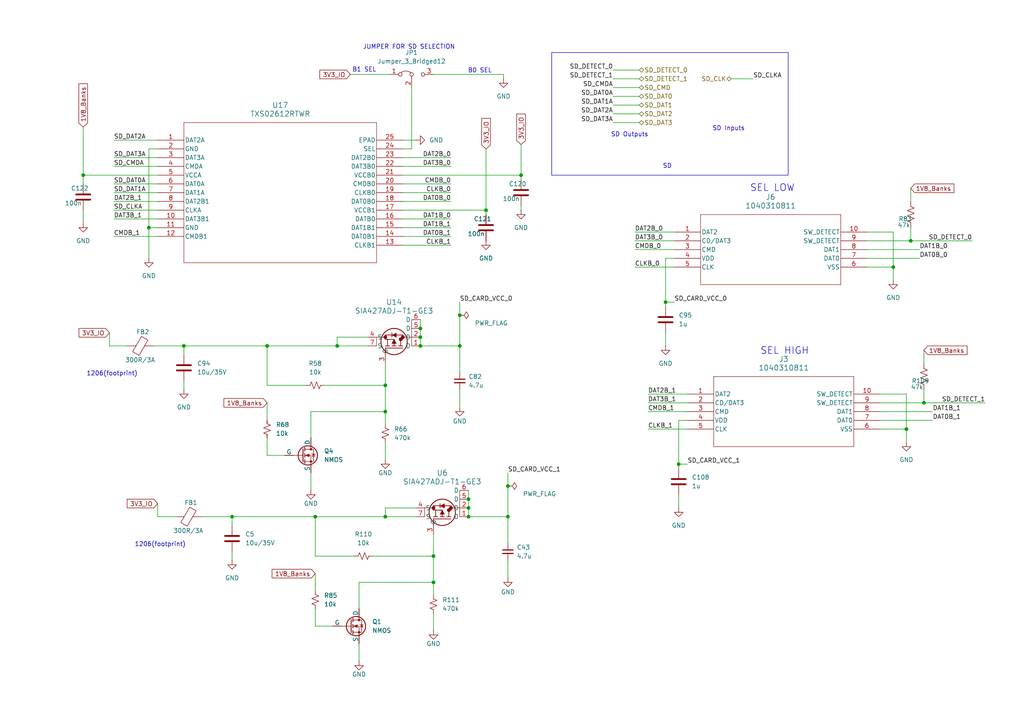
<source format=kicad_sch>
(kicad_sch (version 20250114) (generator "eeschema") (generator_version "9.0")
  (paper "A4")
  (lib_symbols
    (symbol "Device:C" (pin_numbers (hide yes)) (pin_names (offset 0.254))
      (property "Reference" "C" (at 0.635 2.54 0))
      (property "Value" "C" (at 0.635 -2.54 0))
      (symbol "C_0_1"
        (polyline (pts (xy -2.032 0.762) (xy 2.032 0.762)) (stroke (width 0.508)))
        (polyline (pts (xy -2.032 -0.762) (xy 2.032 -0.762)) (stroke (width 0.508)))
      )
      (symbol "C_1_1"
        (pin passive line (at 0 3.81 270) (length 2.794) (name "~") (number "1"))
        (pin passive line (at 0 -3.81 90) (length 2.794) (name "~") (number "2"))
      )
    )
    (symbol "Device:C_Small" (pin_numbers (hide yes)) (pin_names (offset 0.254) (hide yes))
      (property "Reference" "C" (at 0.254 1.778 0))
      (property "Value" "C_Small" (at 0.254 -2.032 0))
      (symbol "C_Small_0_1"
        (polyline (pts (xy -1.524 0.508) (xy 1.524 0.508)) (stroke (width 0.3048)))
        (polyline (pts (xy -1.524 -0.508) (xy 1.524 -0.508)) (stroke (width 0.3302)))
      )
      (symbol "C_Small_1_1"
        (pin passive line (at 0 2.54 270) (length 2.032) (name "~") (number "1"))
        (pin passive line (at 0 -2.54 90) (length 2.032) (name "~") (number "2"))
      )
    )
    (symbol "Device:FerriteBead" (pin_numbers (hide yes)) (pin_names (offset 0))
      (property "Reference" "FB" (at -3.81 0.635 90))
      (property "Value" "FerriteBead" (at 3.81 0 90))
      (symbol "FerriteBead_0_1"
        (polyline (pts (xy -2.7686 0.4064) (xy -1.7018 2.2606) (xy 2.7686 -0.3048) (xy 1.6764 -2.159) (xy -2.7686 0.4064)))
        (polyline (pts (xy 0 1.27) (xy 0 1.2954)))
        (polyline (pts (xy 0 -1.27) (xy 0 -1.2192)))
      )
      (symbol "FerriteBead_1_1"
        (pin passive line (at 0 3.81 270) (length 2.54) (name "~") (number "1"))
        (pin passive line (at 0 -3.81 90) (length 2.54) (name "~") (number "2"))
      )
    )
    (symbol "Device:R_Small_US" (pin_numbers (hide yes)) (pin_names (offset 0.254) (hide yes))
      (property "Reference" "R" (at 0.762 0.508 0))
      (property "Value" "R_Small_US" (at 0.762 -1.016 0))
      (symbol "R_Small_US_1_1"
        (polyline (pts (xy 0 1.524) (xy 1.016 1.143) (xy 0 0.762) (xy -1.016 0.381) (xy 0 0)))
        (polyline (pts (xy 0 0) (xy 1.016 -0.381) (xy 0 -0.762) (xy -1.016 -1.143) (xy 0 -1.524)))
        (pin passive line (at 0 2.54 270) (length 1.016) (name "~") (number "1"))
        (pin passive line (at 0 -2.54 90) (length 1.016) (name "~") (number "2"))
      )
    )
    (symbol "Device:R_US" (pin_numbers (hide yes)) (pin_names (offset 0))
      (property "Reference" "R" (at 2.54 0 90))
      (property "Value" "R_US" (at -2.54 0 90))
      (symbol "R_US_0_1"
        (polyline (pts (xy 0 2.286) (xy 0 2.54)))
        (polyline (pts (xy 0 2.286) (xy 1.016 1.905) (xy 0 1.524) (xy -1.016 1.143) (xy 0 0.762)))
        (polyline (pts (xy 0 0.762) (xy 1.016 0.381) (xy 0 0) (xy -1.016 -0.381) (xy 0 -0.762)))
        (polyline (pts (xy 0 -0.762) (xy 1.016 -1.143) (xy 0 -1.524) (xy -1.016 -1.905) (xy 0 -2.286)))
        (polyline (pts (xy 0 -2.286) (xy 0 -2.54)))
      )
      (symbol "R_US_1_1"
        (pin passive line (at 0 3.81 270) (length 1.27) (name "~") (number "1"))
        (pin passive line (at 0 -3.81 90) (length 1.27) (name "~") (number "2"))
      )
    )
    (symbol "Jumper:Jumper_3_Bridged12" (pin_names (offset 0) (hide yes)) (exclude_from_sim yes) (in_bom no)
      (property "Reference" "JP" (at -2.54 -2.54 0))
      (property "Value" "Jumper_3_Bridged12" (at 0 2.794 0))
      (symbol "Jumper_3_Bridged12_0_0"
        (circle (center -3.302 0) (radius 0.508))
        (circle (center 0 0) (radius 0.508))
        (circle (center 3.302 0) (radius 0.508))
      )
      (symbol "Jumper_3_Bridged12_0_1"
        (arc (start -3.048 0.508) (mid -1.651 0.9912) (end -0.254 0.508))
        (polyline (pts (xy 0 -1.27) (xy 0 -0.508)))
      )
      (symbol "Jumper_3_Bridged12_1_1"
        (pin passive line (at -6.35 0 0) (length 2.54) (name "A") (number "1"))
        (pin passive line (at 0 -3.81 90) (length 2.54) (name "C") (number "2"))
        (pin passive line (at 6.35 0 180) (length 2.54) (name "B") (number "3"))
      )
    )
    (symbol "PSEC5_ctrlbd:1040310811" (pin_names (offset 0.254))
      (property "Reference" "J" (at 27.94 10.16 0))
      (property "Value" "1040310811" (at 27.94 7.62 0))
      (symbol "1040310811_0_1"
        (polyline (pts (xy 7.62 5.08) (xy 7.62 -15.24)) (stroke (width 0.127)))
        (polyline (pts (xy 7.62 -15.24) (xy 48.26 -15.24)) (stroke (width 0.127)))
        (polyline (pts (xy 48.26 5.08) (xy 7.62 5.08)) (stroke (width 0.127)))
        (polyline (pts (xy 48.26 -15.24) (xy 48.26 5.08)) (stroke (width 0.127)))
        (pin bidirectional line (at 0 0 0) (length 7.62) (name "DAT2") (number "1"))
        (pin bidirectional line (at 0 -2.54 0) (length 7.62) (name "CD/DAT3") (number "2"))
        (pin unspecified line (at 0 -5.08 0) (length 7.62) (name "CMD") (number "3"))
        (pin unspecified line (at 0 -10.16 0) (length 7.62) (name "CLK") (number "5"))
        (pin unspecified line (at 55.88 0 180) (length 7.62) (name "SW_DETECT") (number "10"))
        (pin unspecified line (at 55.88 -2.54 180) (length 7.62) (name "SW_DETECT") (number "9"))
        (pin bidirectional line (at 55.88 -5.08 180) (length 7.62) (name "DAT1") (number "8"))
        (pin bidirectional line (at 55.88 -7.62 180) (length 7.62) (name "DAT0") (number "7"))
      )
      (symbol "1040310811_1_1"
        (pin power_in line (at 0 -7.62 0) (length 7.62) (name "VDD") (number "4"))
        (pin input line (at 55.88 -10.16 180) (length 7.62) (name "VSS") (number "6"))
      )
    )
    (symbol "PSEC5_ctrlbd:SIA427ADJ-T1-GE3" (pin_names (offset 0.254))
      (property "Reference" "U" (at 22.098 -0.762 0))
      (property "Value" "SIA427ADJ-T1-GE3" (at 22.352 -3.81 0))
      (symbol "SIA427ADJ-T1-GE3_0_1"
        (polyline (pts (xy 2.54 0) (xy 4.445 0)) (stroke (width 0.2032)))
        (polyline (pts (xy 4.445 -5.08) (xy 4.445 0)) (stroke (width 0.2032)))
        (polyline (pts (xy 5.08 2.54) (xy 7.62 2.54)) (stroke (width 0.127)))
        (polyline (pts (xy 5.08 -0.635) (xy 6.985 -0.635)) (stroke (width 0.2032)))
        (polyline (pts (xy 5.08 -1.27) (xy 5.08 0)) (stroke (width 0.2032)))
        (polyline (pts (xy 5.08 -3.175) (xy 5.08 -1.905)) (stroke (width 0.2032)))
        (polyline (pts (xy 5.08 -4.445) (xy 6.985 -4.445)) (stroke (width 0.2032)))
        (polyline (pts (xy 5.08 -5.08) (xy 5.08 -3.81)) (stroke (width 0.2032)))
        (polyline (pts (xy 5.08 -7.62) (xy 12.7 -7.62)) (stroke (width 0.127)))
        (polyline (pts (xy 5.715 -2.54) (xy 5.08 -2.54)) (stroke (width 0.2032)))
        (polyline (pts (xy 5.715 -3.175) (xy 6.985 -2.54) (xy 5.715 -1.905)) (fill (type outline)))
        (circle (center 6.35 -2.54) (radius 3.81) (stroke (width 0.254)))
        (polyline (pts (xy 6.985 0) (xy 8.255 0)) (stroke (width 0.2032)))
        (polyline (pts (xy 6.985 -0.635) (xy 6.985 0)) (stroke (width 0.2032)))
        (polyline (pts (xy 6.985 -0.635) (xy 6.985 -2.54)) (stroke (width 0.2032)))
        (polyline (pts (xy 6.985 -4.445) (xy 6.985 -5.08)) (stroke (width 0.127)))
        (circle (center 6.985 -4.445) (radius 0.0254) (stroke (width 0.508)))
        (polyline (pts (xy 6.985 -5.08) (xy 8.255 -5.08)) (stroke (width 0.2032)))
        (polyline (pts (xy 7.62 2.54) (xy 7.6454 0)) (stroke (width 0.127)))
        (circle (center 7.62 0) (radius 0.0254) (stroke (width 0.508)))
        (circle (center 7.62 -5.08) (radius 0.0254) (stroke (width 0.508)))
        (polyline (pts (xy 7.62 -7.62) (xy 7.62 -5.08)) (stroke (width 0.127)))
        (polyline (pts (xy 8.255 -1.905) (xy 8.255 0)) (stroke (width 0.2032)))
        (polyline (pts (xy 8.255 -5.08) (xy 8.255 -3.175)) (stroke (width 0.2032)))
        (polyline (pts (xy 8.89 -1.905) (xy 7.62 -1.905)) (stroke (width 0.2032)))
        (polyline (pts (xy 8.89 -3.175) (xy 7.62 -3.175) (xy 8.255 -1.905)) (fill (type outline)))
        (pin unspecified line (at 0 0 0) (length 2.54) (name "G") (number "3"))
        (pin unspecified line (at 5.08 5.08 270) (length 2.54) (name "S") (number "7"))
        (pin unspecified line (at 5.08 -10.16 90) (length 2.54) (name "D") (number "1"))
        (pin unspecified line (at 7.62 5.08 270) (length 2.54) (name "S") (number "4"))
        (pin unspecified line (at 7.62 -10.16 90) (length 2.54) (name "D") (number "2"))
        (pin unspecified line (at 10.16 -10.16 90) (length 2.54) (name "D") (number "5"))
        (pin unspecified line (at 12.7 -10.16 90) (length 2.54) (name "D") (number "6"))
      )
    )
    (symbol "PSEC5_ctrlbd:TXS02612RTWR" (pin_names (offset 0.254))
      (property "Reference" "U" (at 35.56 10.16 0))
      (property "Value" "TXS02612RTWR" (at 35.56 7.62 0))
      (symbol "TXS02612RTWR_0_1"
        (polyline (pts (xy 7.62 5.08) (xy 7.62 -35.56)) (stroke (width 0.127)))
        (polyline (pts (xy 7.62 -35.56) (xy 63.5 -35.56)) (stroke (width 0.127)))
        (polyline (pts (xy 63.5 5.08) (xy 7.62 5.08)) (stroke (width 0.127)))
        (polyline (pts (xy 63.5 -35.56) (xy 63.5 5.08)) (stroke (width 0.127)))
        (pin bidirectional line (at 0 0 0) (length 7.62) (name "DAT2A") (number "1"))
        (pin power_in line (at 0 -2.54 0) (length 7.62) (name "GND") (number "2"))
        (pin bidirectional line (at 0 -5.08 0) (length 7.62) (name "DAT3A") (number "3"))
        (pin bidirectional line (at 0 -7.62 0) (length 7.62) (name "CMDA") (number "4"))
        (pin power_in line (at 0 -10.16 0) (length 7.62) (name "VCCA") (number "5"))
        (pin bidirectional line (at 0 -12.7 0) (length 7.62) (name "DAT0A") (number "6"))
        (pin bidirectional line (at 0 -15.24 0) (length 7.62) (name "DAT1A") (number "7"))
        (pin bidirectional line (at 0 -17.78 0) (length 7.62) (name "DAT2B1") (number "8"))
        (pin input line (at 0 -20.32 0) (length 7.62) (name "CLKA") (number "9"))
        (pin bidirectional line (at 0 -22.86 0) (length 7.62) (name "DAT3B1") (number "10"))
        (pin power_in line (at 0 -25.4 0) (length 7.62) (name "GND") (number "11"))
        (pin bidirectional line (at 0 -27.94 0) (length 7.62) (name "CMDB1") (number "12"))
        (pin unspecified line (at 71.12 0 180) (length 7.62) (name "EPAD") (number "25"))
        (pin bidirectional line (at 71.12 -2.54 180) (length 7.62) (name "SEL") (number "24"))
        (pin bidirectional line (at 71.12 -5.08 180) (length 7.62) (name "DAT2B0") (number "23"))
        (pin bidirectional line (at 71.12 -7.62 180) (length 7.62) (name "DAT3B0") (number "22"))
        (pin power_in line (at 71.12 -10.16 180) (length 7.62) (name "VCCB0") (number "21"))
        (pin bidirectional line (at 71.12 -12.7 180) (length 7.62) (name "CMDB0") (number "20"))
        (pin output line (at 71.12 -15.24 180) (length 7.62) (name "CLKB0") (number "19"))
        (pin bidirectional line (at 71.12 -17.78 180) (length 7.62) (name "DAT0B0") (number "18"))
        (pin power_in line (at 71.12 -20.32 180) (length 7.62) (name "VCCB1") (number "17"))
        (pin bidirectional line (at 71.12 -22.86 180) (length 7.62) (name "DATB0") (number "16"))
        (pin bidirectional line (at 71.12 -25.4 180) (length 7.62) (name "DAT1B1") (number "15"))
        (pin bidirectional line (at 71.12 -27.94 180) (length 7.62) (name "DAT0B1") (number "14"))
        (pin output line (at 71.12 -30.48 180) (length 7.62) (name "CLKB1") (number "13"))
      )
    )
    (symbol "Simulation_SPICE:NMOS" (pin_numbers (hide yes)) (pin_names (offset 0))
      (property "Reference" "Q" (at 5.08 1.27 0))
      (property "Value" "NMOS" (at 5.08 -1.27 0))
      (symbol "NMOS_0_1"
        (polyline (pts (xy 0.254 1.905) (xy 0.254 -1.905)) (stroke (width 0.254)))
        (polyline (pts (xy 0.254 0) (xy -2.54 0)))
        (polyline (pts (xy 0.762 2.286) (xy 0.762 1.27)) (stroke (width 0.254)))
        (polyline (pts (xy 0.762 0.508) (xy 0.762 -0.508)) (stroke (width 0.254)))
        (polyline (pts (xy 0.762 -1.27) (xy 0.762 -2.286)) (stroke (width 0.254)))
        (polyline (pts (xy 0.762 -1.778) (xy 3.302 -1.778) (xy 3.302 1.778) (xy 0.762 1.778)))
        (polyline (pts (xy 1.016 0) (xy 2.032 0.381) (xy 2.032 -0.381) (xy 1.016 0)) (fill (type outline)))
        (circle (center 1.651 0) (radius 2.794) (stroke (width 0.254)))
        (polyline (pts (xy 2.54 2.54) (xy 2.54 1.778)))
        (circle (center 2.54 1.778) (radius 0.254) (fill (type outline)))
        (circle (center 2.54 -1.778) (radius 0.254) (fill (type outline)))
        (polyline (pts (xy 2.54 -2.54) (xy 2.54 0) (xy 0.762 0)))
        (polyline (pts (xy 2.794 0.508) (xy 2.921 0.381) (xy 3.683 0.381) (xy 3.81 0.254)))
        (polyline (pts (xy 3.302 0.381) (xy 2.921 -0.254) (xy 3.683 -0.254) (xy 3.302 0.381)))
      )
      (symbol "NMOS_1_1"
        (pin input line (at -5.08 0 0) (length 2.54) (name "G") (number "2"))
        (pin passive line (at 2.54 5.08 270) (length 2.54) (name "D") (number "1"))
        (pin passive line (at 2.54 -5.08 90) (length 2.54) (name "S") (number "3"))
      )
    )
    (symbol "power:GND" (power) (pin_numbers (hide yes)) (pin_names (offset 0) (hide yes))
      (property "Value" "GND" (at 0 -3.81 0))
      (symbol "GND_0_1"
        (polyline (pts (xy 0 0) (xy 0 -1.27) (xy 1.27 -1.27) (xy 0 -2.54) (xy -1.27 -1.27) (xy 0 -1.27)))
      )
      (symbol "GND_1_1"
        (pin power_in line (at 0 0 270) (length 0) (name "~") (number "1"))
      )
    )
    (symbol "power:PWR_FLAG" (power) (pin_numbers (hide yes)) (pin_names (offset 0) (hide yes))
      (property "Value" "PWR_FLAG" (at 0 3.81 0))
      (symbol "PWR_FLAG_0_0"
        (pin power_out line (at 0 0 90) (length 0) (name "~") (number "1"))
      )
      (symbol "PWR_FLAG_0_1"
        (polyline (pts (xy 0 0) (xy 0 1.27) (xy -1.016 1.905) (xy 0 2.54) (xy 1.016 1.905) (xy 0 1.27)))
      )
    )
  )
  (rectangle (start 160.02 15.24) (end 228.6 50.8))
  (text "SD Inputs" (at 211.328 37.338 0) (effects (font (size 1.27 1.27))))
  (text "SEL HIGH" (at 227.584 101.854 0) (effects (font (size 2 2))))
  (text "SD" (at 193.548 48.26 0) (effects (font (size 1.27 1.27))))
  (text "1206(footprint)" (at 32.512 108.458 0) (effects (font (size 1.27 1.27))))
  (text "JUMPER FOR SD SELECTION" (at 118.618 13.716 0) (effects (font (size 1.27 1.27))))
  (text "B0 SEL" (at 139.192 20.574 0) (effects (font (size 1.27 1.27))))
  (text "B1 SEL\n" (at 105.664 20.32 0) (effects (font (size 1.27 1.27))))
  (text "1206(footprint)" (at 46.482 157.988 0) (effects (font (size 1.27 1.27))))
  (text "SEL LOW\n" (at 224.028 54.61 0) (effects (font (size 2 2))))
  (text "SD Outputs\n" (at 182.626 39.116 0) (effects (font (size 1.27 1.27))))
  (junction (at 135.89 144.78))
  (junction (at 133.35 100.33))
  (junction (at 259.08 77.47))
  (junction (at 135.89 149.86))
  (junction (at 264.16 69.85))
  (junction (at 140.97 60.96))
  (junction (at 67.31 149.86))
  (junction (at 262.89 124.46))
  (junction (at 267.97 116.84))
  (junction (at 111.76 111.76))
  (junction (at 111.76 119.38))
  (junction (at 111.76 149.86))
  (junction (at 53.34 100.33))
  (junction (at 97.79 100.33))
  (junction (at 125.73 161.29))
  (junction (at 121.92 100.33))
  (junction (at 196.85 134.62))
  (junction (at 125.73 168.91))
  (junction (at 121.92 97.79))
  (junction (at 135.89 147.32))
  (junction (at 151.13 50.8))
  (junction (at 43.18 66.04))
  (junction (at 133.35 91.44))
  (junction (at 91.44 149.86))
  (junction (at 147.32 140.97))
  (junction (at 121.92 95.25))
  (junction (at 77.47 100.33))
  (junction (at 193.04 87.63))
  (junction (at 147.32 149.86))
  (junction (at 24.13 50.8))
  (wire (pts (xy 133.35 100.33) (xy 133.35 107.95)))
  (wire (pts (xy 177.8 30.48) (xy 185.42 30.48)))
  (wire (pts (xy 140.97 60.96) (xy 140.97 62.23)))
  (wire (pts (xy 33.02 60.96) (xy 45.72 60.96)))
  (wire (pts (xy 177.8 27.94) (xy 185.42 27.94)))
  (wire (pts (xy 264.16 69.85) (xy 281.94 69.85)))
  (wire (pts (xy 33.02 40.64) (xy 45.72 40.64)))
  (wire (pts (xy 77.47 111.76) (xy 88.9 111.76)))
  (wire (pts (xy 116.84 50.8) (xy 151.13 50.8)))
  (wire (pts (xy 53.34 100.33) (xy 53.34 102.87)))
  (wire (pts (xy 44.45 100.33) (xy 53.34 100.33)))
  (wire (pts (xy 119.38 25.4) (xy 119.38 43.18)))
  (wire (pts (xy 184.15 72.39) (xy 195.58 72.39)))
  (wire (pts (xy 255.27 119.38) (xy 270.51 119.38)))
  (wire (pts (xy 116.84 43.18) (xy 119.38 43.18)))
  (wire (pts (xy 151.13 41.91) (xy 151.13 50.8)))
  (wire (pts (xy 33.02 55.88) (xy 45.72 55.88)))
  (wire (pts (xy 251.46 74.93) (xy 266.7 74.93)))
  (wire (pts (xy 135.89 147.32) (xy 135.89 149.86)))
  (wire (pts (xy 147.32 140.97) (xy 147.32 149.86)))
  (wire (pts (xy 33.02 53.34) (xy 45.72 53.34)))
  (wire (pts (xy 120.65 147.32) (xy 111.76 147.32)))
  (wire (pts (xy 67.31 149.86) (xy 67.31 152.4)))
  (wire (pts (xy 262.89 114.3) (xy 262.89 124.46)))
  (wire (pts (xy 121.92 92.71) (xy 121.92 95.25)))
  (wire (pts (xy 33.02 68.58) (xy 45.72 68.58)))
  (wire (pts (xy 53.34 100.33) (xy 77.47 100.33)))
  (wire (pts (xy 187.96 114.3) (xy 199.39 114.3)))
  (wire (pts (xy 116.84 63.5) (xy 130.81 63.5)))
  (wire (pts (xy 259.08 77.47) (xy 259.08 81.28)))
  (wire (pts (xy 147.32 162.56) (xy 147.32 167.64)))
  (wire (pts (xy 125.73 154.94) (xy 125.73 161.29)))
  (wire (pts (xy 212.09 22.86) (xy 218.44 22.86)))
  (wire (pts (xy 116.84 60.96) (xy 140.97 60.96)))
  (wire (pts (xy 24.13 50.8) (xy 24.13 53.34)))
  (wire (pts (xy 255.27 116.84) (xy 267.97 116.84)))
  (wire (pts (xy 184.15 69.85) (xy 195.58 69.85)))
  (wire (pts (xy 111.76 128.27) (xy 111.76 133.35)))
  (wire (pts (xy 259.08 77.47) (xy 251.46 77.47)))
  (wire (pts (xy 104.14 186.69) (xy 104.14 191.77)))
  (wire (pts (xy 67.31 149.86) (xy 91.44 149.86)))
  (wire (pts (xy 177.8 35.56) (xy 185.42 35.56)))
  (wire (pts (xy 196.85 134.62) (xy 199.39 134.62)))
  (wire (pts (xy 184.15 67.31) (xy 195.58 67.31)))
  (wire (pts (xy 187.96 124.46) (xy 199.39 124.46)))
  (wire (pts (xy 133.35 91.44) (xy 133.35 100.33)))
  (wire (pts (xy 121.92 100.33) (xy 133.35 100.33)))
  (wire (pts (xy 93.98 111.76) (xy 111.76 111.76)))
  (wire (pts (xy 31.75 96.52) (xy 31.75 100.33)))
  (wire (pts (xy 111.76 147.32) (xy 111.76 149.86)))
  (wire (pts (xy 255.27 121.92) (xy 270.51 121.92)))
  (wire (pts (xy 125.73 21.59) (xy 146.05 21.59)))
  (wire (pts (xy 116.84 58.42) (xy 130.81 58.42)))
  (wire (pts (xy 251.46 67.31) (xy 259.08 67.31)))
  (wire (pts (xy 267.97 113.03) (xy 267.97 116.84)))
  (wire (pts (xy 53.34 110.49) (xy 53.34 113.03)))
  (wire (pts (xy 106.68 97.79) (xy 97.79 97.79)))
  (wire (pts (xy 251.46 69.85) (xy 264.16 69.85)))
  (wire (pts (xy 133.35 87.63) (xy 133.35 91.44)))
  (wire (pts (xy 151.13 52.07) (xy 151.13 50.8)))
  (wire (pts (xy 116.84 68.58) (xy 130.81 68.58)))
  (wire (pts (xy 91.44 149.86) (xy 111.76 149.86)))
  (wire (pts (xy 135.89 149.86) (xy 147.32 149.86)))
  (wire (pts (xy 33.02 45.72) (xy 45.72 45.72)))
  (wire (pts (xy 121.92 95.25) (xy 121.92 97.79)))
  (wire (pts (xy 135.89 142.24) (xy 135.89 144.78)))
  (wire (pts (xy 264.16 54.61) (xy 264.16 58.42)))
  (wire (pts (xy 45.72 50.8) (xy 24.13 50.8)))
  (wire (pts (xy 177.8 20.32) (xy 185.42 20.32)))
  (wire (pts (xy 177.8 22.86) (xy 185.42 22.86)))
  (wire (pts (xy 187.96 116.84) (xy 199.39 116.84)))
  (wire (pts (xy 193.04 87.63) (xy 195.58 87.63)))
  (wire (pts (xy 90.17 119.38) (xy 111.76 119.38)))
  (wire (pts (xy 267.97 101.6) (xy 267.97 105.41)))
  (wire (pts (xy 45.72 149.86) (xy 50.8 149.86)))
  (wire (pts (xy 195.58 74.93) (xy 193.04 74.93)))
  (wire (pts (xy 116.84 53.34) (xy 130.81 53.34)))
  (wire (pts (xy 193.04 74.93) (xy 193.04 87.63)))
  (wire (pts (xy 187.96 119.38) (xy 199.39 119.38)))
  (wire (pts (xy 77.47 100.33) (xy 97.79 100.33)))
  (wire (pts (xy 267.97 116.84) (xy 285.75 116.84)))
  (wire (pts (xy 111.76 105.41) (xy 111.76 111.76)))
  (wire (pts (xy 24.13 36.83) (xy 24.13 50.8)))
  (wire (pts (xy 31.75 100.33) (xy 36.83 100.33)))
  (wire (pts (xy 91.44 166.37) (xy 91.44 171.45)))
  (wire (pts (xy 91.44 149.86) (xy 91.44 161.29)))
  (wire (pts (xy 147.32 137.16) (xy 147.32 140.97)))
  (wire (pts (xy 193.04 87.63) (xy 193.04 88.9)))
  (wire (pts (xy 177.8 33.02) (xy 185.42 33.02)))
  (wire (pts (xy 259.08 67.31) (xy 259.08 77.47)))
  (wire (pts (xy 251.46 72.39) (xy 266.7 72.39)))
  (wire (pts (xy 125.73 168.91) (xy 125.73 172.72)))
  (wire (pts (xy 58.42 149.86) (xy 67.31 149.86)))
  (wire (pts (xy 116.84 71.12) (xy 130.81 71.12)))
  (wire (pts (xy 264.16 66.04) (xy 264.16 69.85)))
  (wire (pts (xy 43.18 66.04) (xy 43.18 74.93)))
  (wire (pts (xy 111.76 119.38) (xy 111.76 123.19)))
  (wire (pts (xy 133.35 113.03) (xy 133.35 118.11)))
  (wire (pts (xy 125.73 161.29) (xy 125.73 168.91)))
  (wire (pts (xy 116.84 45.72) (xy 130.81 45.72)))
  (wire (pts (xy 125.73 177.8) (xy 125.73 182.88)))
  (wire (pts (xy 97.79 97.79) (xy 97.79 100.33)))
  (wire (pts (xy 116.84 55.88) (xy 130.81 55.88)))
  (wire (pts (xy 135.89 144.78) (xy 135.89 147.32)))
  (wire (pts (xy 33.02 63.5) (xy 45.72 63.5)))
  (wire (pts (xy 24.13 60.96) (xy 24.13 64.77)))
  (wire (pts (xy 43.18 43.18) (xy 43.18 66.04)))
  (wire (pts (xy 184.15 77.47) (xy 195.58 77.47)))
  (wire (pts (xy 104.14 176.53) (xy 104.14 168.91)))
  (wire (pts (xy 101.6 21.59) (xy 113.03 21.59)))
  (wire (pts (xy 77.47 127) (xy 77.47 132.08)))
  (wire (pts (xy 33.02 58.42) (xy 45.72 58.42)))
  (wire (pts (xy 146.05 21.59) (xy 146.05 22.86)))
  (wire (pts (xy 199.39 121.92) (xy 196.85 121.92)))
  (wire (pts (xy 121.92 97.79) (xy 121.92 100.33)))
  (wire (pts (xy 77.47 116.84) (xy 77.47 121.92)))
  (wire (pts (xy 196.85 143.51) (xy 196.85 147.32)))
  (wire (pts (xy 91.44 161.29) (xy 102.87 161.29)))
  (wire (pts (xy 147.32 149.86) (xy 147.32 157.48)))
  (wire (pts (xy 77.47 132.08) (xy 82.55 132.08)))
  (wire (pts (xy 45.72 66.04) (xy 43.18 66.04)))
  (wire (pts (xy 45.72 43.18) (xy 43.18 43.18)))
  (wire (pts (xy 33.02 48.26) (xy 45.72 48.26)))
  (wire (pts (xy 107.95 161.29) (xy 125.73 161.29)))
  (wire (pts (xy 196.85 134.62) (xy 196.85 135.89)))
  (wire (pts (xy 90.17 127) (xy 90.17 119.38)))
  (wire (pts (xy 77.47 100.33) (xy 77.47 111.76)))
  (wire (pts (xy 111.76 149.86) (xy 120.65 149.86)))
  (wire (pts (xy 116.84 66.04) (xy 130.81 66.04)))
  (wire (pts (xy 255.27 114.3) (xy 262.89 114.3)))
  (wire (pts (xy 90.17 137.16) (xy 90.17 142.24)))
  (wire (pts (xy 67.31 160.02) (xy 67.31 162.56)))
  (wire (pts (xy 97.79 100.33) (xy 106.68 100.33)))
  (wire (pts (xy 193.04 96.52) (xy 193.04 100.33)))
  (wire (pts (xy 196.85 121.92) (xy 196.85 134.62)))
  (wire (pts (xy 151.13 59.69) (xy 151.13 60.96)))
  (wire (pts (xy 116.84 48.26) (xy 130.81 48.26)))
  (wire (pts (xy 104.14 168.91) (xy 125.73 168.91)))
  (wire (pts (xy 262.89 124.46) (xy 262.89 128.27)))
  (wire (pts (xy 262.89 124.46) (xy 255.27 124.46)))
  (wire (pts (xy 177.8 25.4) (xy 185.42 25.4)))
  (wire (pts (xy 91.44 181.61) (xy 96.52 181.61)))
  (wire (pts (xy 91.44 176.53) (xy 91.44 181.61)))
  (wire (pts (xy 45.72 146.05) (xy 45.72 149.86)))
  (wire (pts (xy 111.76 111.76) (xy 111.76 119.38)))
  (wire (pts (xy 140.97 60.96) (xy 140.97 43.18)))
  (wire (pts (xy 116.84 40.64) (xy 120.65 40.64)))
  (label "SD_DETECT_1" (at 285.75 116.84 180))
  (label "SD_CMDA" (at 177.8 25.4 180))
  (label "SD_CARD_VCC_0" (at 195.58 87.63 0))
  (label "DAT1B_1" (at 270.51 119.38 0))
  (label "DAT3B_0" (at 130.81 48.26 180))
  (label "CLKB_0" (at 130.81 55.88 180))
  (label "DAT1B_0" (at 266.7 72.39 0))
  (label "DAT2B_1" (at 187.96 114.3 0))
  (label "SD_DETECT_1" (at 177.8 22.86 180))
  (label "DAT3B_0" (at 184.15 69.85 0))
  (label "DAT1B_0" (at 130.81 63.5 180))
  (label "CLKB_1" (at 130.81 71.12 180))
  (label "DAT0B_1" (at 270.51 121.92 0))
  (label "CMDB_1" (at 33.02 68.58 0))
  (label "DAT3B_1" (at 187.96 116.84 0))
  (label "DAT0B_0" (at 130.81 58.42 180))
  (label "CMDB_0" (at 184.15 72.39 0))
  (label "DAT0B_0" (at 266.7 74.93 0))
  (label "SD_CARD_VCC_1" (at 199.39 134.62 0))
  (label "SD_CARD_VCC_0" (at 133.35 87.63 0))
  (label "CMDB_0" (at 130.81 53.34 180))
  (label "SD_DAT2A" (at 177.8 33.02 180))
  (label "CLKB_0" (at 184.15 77.47 0))
  (label "SD_CLKA" (at 218.44 22.86 0))
  (label "SD_CARD_VCC_1" (at 147.32 137.16 0))
  (label "SD_CLKA" (at 33.02 60.96 0))
  (label "CMDB_1" (at 187.96 119.38 0))
  (label "DAT1B_1" (at 130.81 66.04 180))
  (label "SD_CMDA" (at 33.02 48.26 0))
  (label "DAT2B_0" (at 130.81 45.72 180))
  (label "SD_DETECT_0" (at 281.94 69.85 180))
  (label "CLKB_1" (at 187.96 124.46 0))
  (label "SD_DETECT_0" (at 177.8 20.32 180))
  (label "SD_DAT1A" (at 33.02 55.88 0))
  (label "SD_DAT0A" (at 33.02 53.34 0))
  (label "DAT0B_1" (at 130.81 68.58 180))
  (label "SD_DAT2A" (at 33.02 40.64 0))
  (label "SD_DAT3A" (at 177.8 35.56 180))
  (label "SD_DAT0A" (at 177.8 27.94 180))
  (label "SD_DAT3A" (at 33.02 45.72 0))
  (label "DAT3B_1" (at 33.02 63.5 0))
  (label "DAT2B_1" (at 33.02 58.42 0))
  (label "SD_DAT1A" (at 177.8 30.48 180))
  (label "DAT2B_0" (at 184.15 67.31 0))
  (global_label "1V8_Banks" (shape input) (at 77.47 116.84 180) (property "Intersheetrefs" "${INTERSHEET_REFS}" (effects (hide yes))))
  (global_label "1V8_Banks" (shape input) (at 24.13 36.83 90) (property "Intersheetrefs" "${INTERSHEET_REFS}" (effects (hide yes))))
  (global_label "3V3_IO" (shape input) (at 151.13 41.91 90) (property "Intersheetrefs" "${INTERSHEET_REFS}" (effects (hide yes))))
  (global_label "1V8_Banks" (shape input) (at 91.44 166.37 180) (property "Intersheetrefs" "${INTERSHEET_REFS}" (effects (hide yes))))
  (global_label "3V3_IO" (shape input) (at 140.97 43.18 90) (property "Intersheetrefs" "${INTERSHEET_REFS}" (effects (hide yes))))
  (global_label "3V3_IO" (shape input) (at 101.6 21.59 180) (property "Intersheetrefs" "${INTERSHEET_REFS}" (effects (hide yes))))
  (global_label "1V8_Banks" (shape input) (at 267.97 101.6 0) (property "Intersheetrefs" "${INTERSHEET_REFS}" (effects (hide yes))))
  (global_label "1V8_Banks" (shape input) (at 264.16 54.61 0) (property "Intersheetrefs" "${INTERSHEET_REFS}" (effects (hide yes))))
  (global_label "3V3_IO" (shape input) (at 45.72 146.05 180) (property "Intersheetrefs" "${INTERSHEET_REFS}" (effects (hide yes))))
  (global_label "3V3_IO" (shape input) (at 31.75 96.52 180) (property "Intersheetrefs" "${INTERSHEET_REFS}" (effects (hide yes))))
  (hierarchical_label "SD_DAT1" (shape bidirectional) (at 185.42 30.48 0))
  (hierarchical_label "SD_DAT0" (shape bidirectional) (at 185.42 27.94 0))
  (hierarchical_label "SD_CMD" (shape bidirectional) (at 185.42 25.4 0))
  (hierarchical_label "SD_DAT2" (shape bidirectional) (at 185.42 33.02 0))
  (hierarchical_label "SD_CLK" (shape bidirectional) (at 212.09 22.86 180))
  (hierarchical_label "SD_DETECT_0" (shape bidirectional) (at 185.42 20.32 0))
  (hierarchical_label "SD_DAT3" (shape bidirectional) (at 185.42 35.56 0))
  (hierarchical_label "SD_DETECT_1" (shape bidirectional) (at 185.42 22.86 0))
  (symbol (lib_id "power:GND") (at 90.17 142.24 0) (unit 1)
    (property "Reference" "#PWR058" (effects (hide yes)))
    (property "Value" "GND" (at 90.17 146.05 0))
    (property "Description" "Power symbol creates a global label with name \"GND\" , ground" (effects (hide yes)))
  )
  (symbol (lib_id "power:GND") (at 125.73 182.88 0) (unit 1)
    (property "Reference" "#PWR0114" (effects (hide yes)))
    (property "Value" "GND" (at 125.73 186.69 0))
    (property "Description" "Power symbol creates a global label with name \"GND\" , ground" (effects (hide yes)))
  )
  (symbol (lib_id "Device:C") (at 196.85 139.7 0) (unit 1)
    (property "Reference" "C108" (at 200.66 138.4299 0) (effects (justify left)))
    (property "Value" "1u" (at 200.66 140.9699 0) (effects (justify left)))
    (property "Footprint" "Capacitor_SMD:C_0603_1608Metric" (effects (hide yes)))
    (property "Description" "Unpolarized capacitor" (effects (hide yes)))
  )
  (symbol (lib_id "power:GND") (at 133.35 118.11 0) (unit 1)
    (property "Reference" "#PWR048" (effects (hide yes)))
    (property "Value" "GND" (at 133.35 122.174 0))
    (property "Description" "Power symbol creates a global label with name \"GND\" , ground" (effects (hide yes)))
  )
  (symbol (lib_id "PSEC5_ctrlbd:SIA427ADJ-T1-GE3") (at 125.73 154.94 90) (unit 1)
    (property "Reference" "U6" (at 128.27 137.16 90) (effects (font (size 1.524 1.524))))
    (property "Value" "SIA427ADJ-T1-GE3" (at 128.27 139.7 90) (effects (font (size 1.524 1.524))))
    (property "Footprint" "SIA427ADJ_T1_GE3:SON_1DJ-T1-GE3_VIS" (effects (hide yes)))
    (property "Datasheet" "SIA427ADJ-T1-GE3" (effects (hide yes)))
  )
  (symbol (lib_id "PSEC5_ctrlbd:1040310811") (at 199.39 114.3 0) (unit 1)
    (property "Reference" "J3" (at 227.33 104.14 0) (effects (font (size 1.524 1.524))))
    (property "Value" "1040310811" (at 227.33 106.68 0) (effects (font (size 1.524 1.524))))
    (property "Footprint" "1040310811:104031-0811_MOL" (effects (hide yes)))
    (property "Datasheet" "1040310811" (effects (hide yes)))
  )
  (symbol (lib_id "power:GND") (at 146.05 22.86 0) (unit 1)
    (property "Reference" "#PWR067" (effects (hide yes)))
    (property "Value" "GND" (at 146.05 27.94 0))
    (property "Description" "Power symbol creates a global label with name \"GND\" , ground" (effects (hide yes)))
  )
  (symbol (lib_id "power:GND") (at 151.13 60.96 0) (unit 1)
    (property "Reference" "#PWR0123" (effects (hide yes)))
    (property "Value" "GND" (at 151.13 66.04 0))
    (property "Description" "Power symbol creates a global label with name \"GND\" , ground" (effects (hide yes)))
  )
  (symbol (lib_id "PSEC5_ctrlbd:TXS02612RTWR") (at 45.72 40.64 0) (unit 1)
    (property "Reference" "U17" (at 81.28 30.48 0) (effects (font (size 1.524 1.524))))
    (property "Value" "TXS02612RTWR" (at 81.28 33.02 0) (effects (font (size 1.524 1.524))))
    (property "Footprint" "TXS02612RTWR:RTW24_2P45X2P45" (effects (hide yes)))
    (property "Datasheet" "TXS02612RTWR" (effects (hide yes)))
  )
  (symbol (lib_id "power:GND") (at 111.76 133.35 0) (unit 1)
    (property "Reference" "#PWR050" (effects (hide yes)))
    (property "Value" "GND" (at 111.76 137.16 0))
    (property "Description" "Power symbol creates a global label with name \"GND\" , ground" (effects (hide yes)))
  )
  (symbol (lib_id "power:GND") (at 67.31 162.56 0) (unit 1)
    (property "Reference" "#PWR070" (effects (hide yes)))
    (property "Value" "GND" (at 67.31 167.64 0))
    (property "Description" "Power symbol creates a global label with name \"GND\" , ground" (effects (hide yes)))
  )
  (symbol (lib_id "Device:R_Small_US") (at 77.47 124.46 0) (unit 1)
    (property "Reference" "R68" (at 80.01 123.1899 0) (effects (justify left)))
    (property "Value" "10k" (at 80.01 125.7299 0) (effects (justify left)))
    (property "Footprint" "Resistor_SMD:R_0603_1608Metric" (effects (hide yes)))
    (property "Description" "Resistor, small US symbol" (effects (hide yes)))
  )
  (symbol (lib_id "Device:R_Small_US") (at 111.76 125.73 0) (unit 1)
    (property "Reference" "R66" (at 114.3 124.4599 0) (effects (justify left)))
    (property "Value" "470k" (at 114.3 126.9999 0) (effects (justify left)))
    (property "Footprint" "Resistor_SMD:R_0603_1608Metric" (effects (hide yes)))
    (property "Description" "Resistor, small US symbol" (effects (hide yes)))
  )
  (symbol (lib_id "Device:C") (at 140.97 66.04 0) (unit 1)
    (property "Reference" "C121" (at 137.414 63.5 0) (effects (justify left)))
    (property "Value" "100n" (at 135.636 67.818 0) (effects (justify left)))
    (property "Footprint" "Capacitor_SMD:C_0603_1608Metric" (effects (hide yes)))
    (property "Description" "Unpolarized capacitor" (effects (hide yes)))
  )
  (symbol (lib_id "Device:C") (at 67.31 156.21 0) (unit 1)
    (property "Reference" "C5" (at 71.12 154.9399 0) (effects (justify left)))
    (property "Value" "10u/35V" (at 71.12 157.4799 0) (effects (justify left)))
    (property "Footprint" "Capacitor_SMD:C_0603_1608Metric" (effects (hide yes)))
    (property "Description" "Unpolarized capacitor" (effects (hide yes)))
  )
  (symbol (lib_id "Simulation_SPICE:NMOS") (at 87.63 132.08 0) (unit 1)
    (property "Reference" "Q4" (at 93.98 130.8099 0) (effects (justify left)))
    (property "Value" "NMOS" (at 93.98 133.3499 0) (effects (justify left)))
    (property "Footprint" "SI2342DS_T1_GE3:SOT-23_TO-236_VIS" (effects (hide yes)))
    (property "Datasheet" "https://ngspice.sourceforge.io/docs/ngspice-html-manual/manual.xhtml#cha_MOSFETs" (effects (hide yes)))
    (property "Description" "N-MOSFET transistor, drain/source/gate" (effects (hide yes)))
    (property "Sim.Device" "NMOS" (effects (hide yes)))
    (property "Sim.Type" "VDMOS" (effects (hide yes)))
    (property "Sim.Pins" "1=D 2=G 3=S" (effects (hide yes)))
  )
  (symbol (lib_id "power:GND") (at 196.85 147.32 0) (unit 1)
    (property "Reference" "#PWR0121" (effects (hide yes)))
    (property "Value" "GND" (at 196.85 152.4 0))
    (property "Description" "Power symbol creates a global label with name \"GND\" , ground" (effects (hide yes)))
  )
  (symbol (lib_id "power:GND") (at 193.04 100.33 0) (unit 1)
    (property "Reference" "#PWR072" (effects (hide yes)))
    (property "Value" "GND" (at 193.04 105.41 0))
    (property "Description" "Power symbol creates a global label with name \"GND\" , ground" (effects (hide yes)))
  )
  (symbol (lib_id "Device:R_Small_US") (at 125.73 175.26 0) (unit 1)
    (property "Reference" "R111" (at 128.27 173.9899 0) (effects (justify left)))
    (property "Value" "470k" (at 128.27 176.5299 0) (effects (justify left)))
    (property "Footprint" "Resistor_SMD:R_0603_1608Metric" (effects (hide yes)))
    (property "Description" "Resistor, small US symbol" (effects (hide yes)))
  )
  (symbol (lib_id "Simulation_SPICE:NMOS") (at 101.6 181.61 0) (unit 1)
    (property "Reference" "Q1" (at 107.95 180.3399 0) (effects (justify left)))
    (property "Value" "NMOS" (at 107.95 182.8799 0) (effects (justify left)))
    (property "Footprint" "SI2342DS_T1_GE3:SOT-23_TO-236_VIS" (effects (hide yes)))
    (property "Datasheet" "https://ngspice.sourceforge.io/docs/ngspice-html-manual/manual.xhtml#cha_MOSFETs" (effects (hide yes)))
    (property "Description" "N-MOSFET transistor, drain/source/gate" (effects (hide yes)))
    (property "Sim.Device" "NMOS" (effects (hide yes)))
    (property "Sim.Type" "VDMOS" (effects (hide yes)))
    (property "Sim.Pins" "1=D 2=G 3=S" (effects (hide yes)))
  )
  (symbol (lib_id "power:GND") (at 259.08 81.28 0) (unit 1)
    (property "Reference" "#PWR073" (effects (hide yes)))
    (property "Value" "GND" (at 259.08 86.36 0))
    (property "Description" "Power symbol creates a global label with name \"GND\" , ground" (effects (hide yes)))
  )
  (symbol (lib_id "Device:R_Small_US") (at 91.44 173.99 0) (unit 1)
    (property "Reference" "R85" (at 93.98 172.7199 0) (effects (justify left)))
    (property "Value" "10k" (at 93.98 175.2599 0) (effects (justify left)))
    (property "Footprint" "Resistor_SMD:R_0603_1608Metric" (effects (hide yes)))
    (property "Description" "Resistor, small US symbol" (effects (hide yes)))
  )
  (symbol (lib_id "power:GND") (at 43.18 74.93 0) (unit 1)
    (property "Reference" "#PWR0125" (effects (hide yes)))
    (property "Value" "GND" (at 43.18 80.01 0))
    (property "Description" "Power symbol creates a global label with name \"GND\" , ground" (effects (hide yes)))
  )
  (symbol (lib_id "power:GND") (at 24.13 64.77 0) (unit 1)
    (property "Reference" "#PWR0126" (effects (hide yes)))
    (property "Value" "GND" (at 24.13 69.85 0))
    (property "Description" "Power symbol creates a global label with name \"GND\" , ground" (effects (hide yes)))
  )
  (symbol (lib_id "power:GND") (at 147.32 167.64 0) (unit 1)
    (property "Reference" "#PWR0128" (effects (hide yes)))
    (property "Value" "GND" (at 147.32 171.704 0))
    (property "Description" "Power symbol creates a global label with name \"GND\" , ground" (effects (hide yes)))
  )
  (symbol (lib_id "Device:R_Small_US") (at 91.44 111.76 90) (unit 1)
    (property "Reference" "R58" (at 91.44 105.41 90))
    (property "Value" "10k" (at 91.44 107.95 90))
    (property "Footprint" "Resistor_SMD:R_0603_1608Metric" (effects (hide yes)))
    (property "Description" "Resistor, small US symbol" (effects (hide yes)))
  )
  (symbol (lib_id "PSEC5_ctrlbd:1040310811") (at 195.58 67.31 0) (unit 1)
    (property "Reference" "J6" (at 223.52 57.15 0) (effects (font (size 1.524 1.524))))
    (property "Value" "1040310811" (at 223.52 59.69 0) (effects (font (size 1.524 1.524))))
    (property "Footprint" "1040310811:104031-0811_MOL" (effects (hide yes)))
    (property "Datasheet" "1040310811" (effects (hide yes)))
  )
  (symbol (lib_id "Device:R_US") (at 264.16 62.23 0) (unit 1)
    (property "Reference" "R83" (at 260.604 63.5 0) (effects (justify left)))
    (property "Value" "47k" (at 260.35 65.278 0) (effects (justify left)))
    (property "Footprint" "Resistor_SMD:R_0603_1608Metric" (effects (hide yes)))
    (property "Description" "Resistor, US symbol" (effects (hide yes)))
  )
  (symbol (lib_id "power:GND") (at 120.65 40.64 90) (unit 1)
    (property "Reference" "#PWR0127" (effects (hide yes)))
    (property "Value" "GND" (at 124.46 40.6399 90) (effects (justify right)))
    (property "Description" "Power symbol creates a global label with name \"GND\" , ground" (effects (hide yes)))
  )
  (symbol (lib_id "Device:R_US") (at 267.97 109.22 0) (unit 1)
    (property "Reference" "R109" (at 264.414 110.49 0) (effects (justify left)))
    (property "Value" "47k" (at 264.16 112.268 0) (effects (justify left)))
    (property "Footprint" "Resistor_SMD:R_0603_1608Metric" (effects (hide yes)))
    (property "Description" "Resistor, US symbol" (effects (hide yes)))
  )
  (symbol (lib_id "Device:C") (at 24.13 57.15 0) (unit 1)
    (property "Reference" "C122" (at 20.574 54.61 0) (effects (justify left)))
    (property "Value" "100n" (at 18.796 58.928 0) (effects (justify left)))
    (property "Footprint" "Capacitor_SMD:C_0603_1608Metric" (effects (hide yes)))
    (property "Description" "Unpolarized capacitor" (effects (hide yes)))
  )
  (symbol (lib_id "Device:C_Small") (at 147.32 160.02 0) (unit 1)
    (property "Reference" "C43" (at 149.86 158.7562 0) (effects (justify left)))
    (property "Value" "4.7u" (at 149.86 161.2962 0) (effects (justify left)))
    (property "Footprint" "Capacitor_SMD:C_0603_1608Metric" (effects (hide yes)))
    (property "Description" "Unpolarized capacitor, small symbol" (effects (hide yes)))
  )
  (symbol (lib_id "power:GND") (at 262.89 128.27 0) (unit 1)
    (property "Reference" "#PWR0122" (effects (hide yes)))
    (property "Value" "GND" (at 262.89 133.35 0))
    (property "Description" "Power symbol creates a global label with name \"GND\" , ground" (effects (hide yes)))
  )
  (symbol (lib_id "Device:C") (at 151.13 55.88 0) (unit 1)
    (property "Reference" "C120" (at 147.574 53.34 0) (effects (justify left)))
    (property "Value" "100n" (at 145.796 57.658 0) (effects (justify left)))
    (property "Footprint" "Capacitor_SMD:C_0603_1608Metric" (effects (hide yes)))
    (property "Description" "Unpolarized capacitor" (effects (hide yes)))
  )
  (symbol (lib_id "Device:FerriteBead") (at 40.64 100.33 270) (unit 1)
    (property "Reference" "FB2" (at 41.402 96.266 90))
    (property "Value" "300R/3A" (at 40.64 104.394 90))
    (property "Footprint" "Resistor_SMD:R_1206_3216Metric" (effects (hide yes)))
    (property "Description" "Ferrite bead" (effects (hide yes)))
  )
  (symbol (lib_id "Device:C") (at 53.34 106.68 0) (unit 1)
    (property "Reference" "C94" (at 57.15 105.4099 0) (effects (justify left)))
    (property "Value" "10u/35V" (at 57.15 107.9499 0) (effects (justify left)))
    (property "Footprint" "Capacitor_SMD:C_0603_1608Metric" (effects (hide yes)))
    (property "Description" "Unpolarized capacitor" (effects (hide yes)))
  )
  (symbol (lib_id "Device:C_Small") (at 133.35 110.49 0) (unit 1)
    (property "Reference" "C82" (at 135.89 109.2262 0) (effects (justify left)))
    (property "Value" "4.7u" (at 135.89 111.7662 0) (effects (justify left)))
    (property "Footprint" "Capacitor_SMD:C_0603_1608Metric" (effects (hide yes)))
    (property "Description" "Unpolarized capacitor, small symbol" (effects (hide yes)))
  )
  (symbol (lib_id "Device:FerriteBead") (at 54.61 149.86 270) (unit 1)
    (property "Reference" "FB1" (at 55.372 145.796 90))
    (property "Value" "300R/3A" (at 54.61 153.924 90))
    (property "Footprint" "Resistor_SMD:R_1206_3216Metric" (effects (hide yes)))
    (property "Description" "Ferrite bead" (effects (hide yes)))
  )
  (symbol (lib_id "Jumper:Jumper_3_Bridged12") (at 119.38 21.59 0) (unit 1) (exclude_from_sim yes) (in_bom no)
    (property "Reference" "JP1" (at 119.38 15.24 0))
    (property "Value" "Jumper_3_Bridged12" (at 119.38 17.78 0))
    (property "Footprint" "Jumper:SolderJumper-3_P1.3mm_Open_Pad1.0x1.5mm_NumberLabels" (effects (hide yes)))
    (property "Description" "Jumper, 3-pole, pins 1+2 closed/bridged" (effects (hide yes)))
  )
  (symbol (lib_id "power:GND") (at 140.97 69.85 0) (unit 1)
    (property "Reference" "#PWR0124" (effects (hide yes)))
    (property "Value" "GND" (at 140.97 74.93 0))
    (property "Description" "Power symbol creates a global label with name \"GND\" , ground" (effects (hide yes)))
  )
  (symbol (lib_id "Device:R_Small_US") (at 105.41 161.29 90) (unit 1)
    (property "Reference" "R110" (at 105.41 154.94 90))
    (property "Value" "10k" (at 105.41 157.48 90))
    (property "Footprint" "Resistor_SMD:R_0603_1608Metric" (effects (hide yes)))
    (property "Description" "Resistor, small US symbol" (effects (hide yes)))
  )
  (symbol (lib_id "power:PWR_FLAG") (at 133.35 91.44 270) (unit 1)
    (property "Reference" "#FLG023" (effects (hide yes)))
    (property "Value" "PWR_FLAG" (at 137.668 93.726 90) (effects (justify left)))
    (property "Description" "Special symbol for telling ERC where power comes from" (effects (hide yes)))
  )
  (symbol (lib_id "power:GND") (at 53.34 113.03 0) (unit 1)
    (property "Reference" "#PWR065" (effects (hide yes)))
    (property "Value" "GND" (at 53.34 118.11 0))
    (property "Description" "Power symbol creates a global label with name \"GND\" , ground" (effects (hide yes)))
  )
  (symbol (lib_id "Device:C") (at 193.04 92.71 0) (unit 1)
    (property "Reference" "C95" (at 196.85 91.4399 0) (effects (justify left)))
    (property "Value" "1u" (at 196.85 93.9799 0) (effects (justify left)))
    (property "Footprint" "Capacitor_SMD:C_0603_1608Metric" (effects (hide yes)))
    (property "Description" "Unpolarized capacitor" (effects (hide yes)))
  )
  (symbol (lib_id "power:GND") (at 104.14 191.77 0) (unit 1)
    (property "Reference" "#PWR071" (effects (hide yes)))
    (property "Value" "GND" (at 104.14 195.58 0))
    (property "Description" "Power symbol creates a global label with name \"GND\" , ground" (effects (hide yes)))
  )
  (symbol (lib_id "PSEC5_ctrlbd:SIA427ADJ-T1-GE3") (at 111.76 105.41 90) (unit 1)
    (property "Reference" "U14" (at 114.3 87.63 90) (effects (font (size 1.524 1.524))))
    (property "Value" "SIA427ADJ-T1-GE3" (at 114.3 90.17 90) (effects (font (size 1.524 1.524))))
    (property "Footprint" "SIA427ADJ_T1_GE3:SON_1DJ-T1-GE3_VIS" (effects (hide yes)))
    (property "Datasheet" "SIA427ADJ-T1-GE3" (effects (hide yes)))
  )
  (symbol (lib_id "power:PWR_FLAG") (at 147.32 140.97 270) (unit 1)
    (property "Reference" "#FLG01" (effects (hide yes)))
    (property "Value" "PWR_FLAG" (at 151.638 143.256 90) (effects (justify left)))
    (property "Description" "Special symbol for telling ERC where power comes from" (effects (hide yes)))
  )
)
</source>
